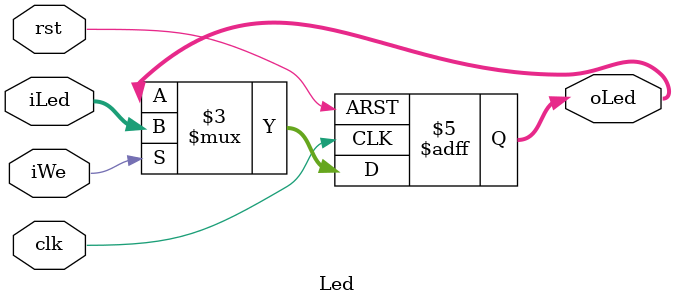
<source format=sv>
module Led
(
  input logic clk, rst,
  input logic [15:0] iLed,
  input logic iWe,
  output logic [15:0] oLed
);

  always_ff @(posedge clk, negedge rst) begin
    if(!rst)     oLed <= 16'b0;
    else if(iWe) oLed <= iLed; 
  end

endmodule : Led
</source>
